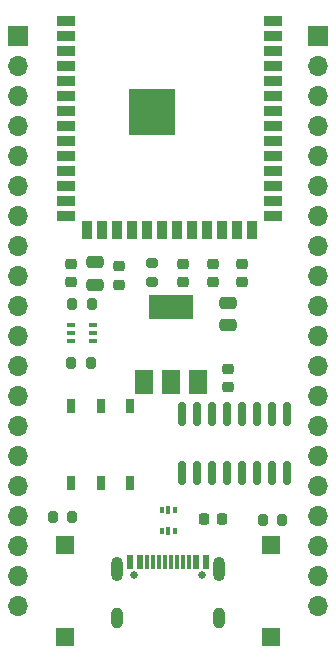
<source format=gbr>
%TF.GenerationSoftware,KiCad,Pcbnew,7.0.7*%
%TF.CreationDate,2024-05-24T21:07:49-04:00*%
%TF.ProjectId,ESP32_S3_Breakout,45535033-325f-4533-935f-427265616b6f,rev?*%
%TF.SameCoordinates,Original*%
%TF.FileFunction,Soldermask,Top*%
%TF.FilePolarity,Negative*%
%FSLAX46Y46*%
G04 Gerber Fmt 4.6, Leading zero omitted, Abs format (unit mm)*
G04 Created by KiCad (PCBNEW 7.0.7) date 2024-05-24 21:07:49*
%MOMM*%
%LPD*%
G01*
G04 APERTURE LIST*
G04 Aperture macros list*
%AMRoundRect*
0 Rectangle with rounded corners*
0 $1 Rounding radius*
0 $2 $3 $4 $5 $6 $7 $8 $9 X,Y pos of 4 corners*
0 Add a 4 corners polygon primitive as box body*
4,1,4,$2,$3,$4,$5,$6,$7,$8,$9,$2,$3,0*
0 Add four circle primitives for the rounded corners*
1,1,$1+$1,$2,$3*
1,1,$1+$1,$4,$5*
1,1,$1+$1,$6,$7*
1,1,$1+$1,$8,$9*
0 Add four rect primitives between the rounded corners*
20,1,$1+$1,$2,$3,$4,$5,0*
20,1,$1+$1,$4,$5,$6,$7,0*
20,1,$1+$1,$6,$7,$8,$9,0*
20,1,$1+$1,$8,$9,$2,$3,0*%
G04 Aperture macros list end*
%ADD10RoundRect,0.225000X-0.250000X0.225000X-0.250000X-0.225000X0.250000X-0.225000X0.250000X0.225000X0*%
%ADD11RoundRect,0.225000X0.250000X-0.225000X0.250000X0.225000X-0.250000X0.225000X-0.250000X-0.225000X0*%
%ADD12R,1.500000X0.900000*%
%ADD13R,0.900000X1.500000*%
%ADD14C,0.600000*%
%ADD15R,3.900000X3.900000*%
%ADD16RoundRect,0.218750X-0.218750X-0.256250X0.218750X-0.256250X0.218750X0.256250X-0.218750X0.256250X0*%
%ADD17RoundRect,0.250000X0.475000X-0.250000X0.475000X0.250000X-0.475000X0.250000X-0.475000X-0.250000X0*%
%ADD18RoundRect,0.200000X0.200000X0.275000X-0.200000X0.275000X-0.200000X-0.275000X0.200000X-0.275000X0*%
%ADD19R,1.700000X1.700000*%
%ADD20O,1.700000X1.700000*%
%ADD21R,0.700000X1.200000*%
%ADD22C,0.650000*%
%ADD23R,0.600000X1.240000*%
%ADD24R,0.300000X1.240000*%
%ADD25O,1.000000X2.100000*%
%ADD26O,1.000000X1.800000*%
%ADD27R,1.500000X1.500000*%
%ADD28R,0.650000X0.400000*%
%ADD29RoundRect,0.200000X-0.275000X0.200000X-0.275000X-0.200000X0.275000X-0.200000X0.275000X0.200000X0*%
%ADD30R,1.500000X2.000000*%
%ADD31R,3.800000X2.000000*%
%ADD32RoundRect,0.200000X-0.200000X-0.275000X0.200000X-0.275000X0.200000X0.275000X-0.200000X0.275000X0*%
%ADD33RoundRect,0.150000X0.150000X-0.825000X0.150000X0.825000X-0.150000X0.825000X-0.150000X-0.825000X0*%
%ADD34R,0.375000X0.500000*%
%ADD35R,0.300000X0.650000*%
G04 APERTURE END LIST*
D10*
%TO.C,C1*%
X158750000Y-78981000D03*
X158750000Y-80531000D03*
%TD*%
D11*
%TO.C,C7*%
X154940000Y-71654000D03*
X154940000Y-70104000D03*
%TD*%
D12*
%TO.C,U1*%
X145060000Y-49530000D03*
X145060000Y-50800000D03*
X145060000Y-52070000D03*
X145060000Y-53340000D03*
X145060000Y-54610000D03*
X145060000Y-55880000D03*
X145060000Y-57150000D03*
X145060000Y-58420000D03*
X145060000Y-59690000D03*
X145060000Y-60960000D03*
X145060000Y-62230000D03*
X145060000Y-63500000D03*
X145060000Y-64770000D03*
X145060000Y-66040000D03*
D13*
X146825000Y-67290000D03*
X148095000Y-67290000D03*
X149365000Y-67290000D03*
X150635000Y-67290000D03*
X151905000Y-67290000D03*
X153175000Y-67290000D03*
X154445000Y-67290000D03*
X155715000Y-67290000D03*
X156985000Y-67290000D03*
X158255000Y-67290000D03*
X159525000Y-67290000D03*
X160795000Y-67290000D03*
D12*
X162560000Y-66040000D03*
X162560000Y-64770000D03*
X162560000Y-63500000D03*
X162560000Y-62230000D03*
X162560000Y-60960000D03*
X162560000Y-59690000D03*
X162560000Y-58420000D03*
X162560000Y-57150000D03*
X162560000Y-55880000D03*
X162560000Y-54610000D03*
X162560000Y-53340000D03*
X162560000Y-52070000D03*
X162560000Y-50800000D03*
X162560000Y-49530000D03*
D14*
X150910000Y-56550000D03*
X150910000Y-57950000D03*
X151610000Y-55850000D03*
X151610000Y-57250000D03*
X151610000Y-58650000D03*
X152310000Y-56550000D03*
D15*
X152310000Y-57250000D03*
D14*
X152310000Y-57950000D03*
X153010000Y-55850000D03*
X153010000Y-57250000D03*
X153010000Y-58650000D03*
X153710000Y-56550000D03*
X153710000Y-57950000D03*
%TD*%
D16*
%TO.C,F1*%
X156692500Y-91694000D03*
X158267500Y-91694000D03*
%TD*%
D17*
%TO.C,C5*%
X158750000Y-75306000D03*
X158750000Y-73406000D03*
%TD*%
D18*
%TO.C,R5*%
X147192000Y-73533000D03*
X145542000Y-73533000D03*
%TD*%
D19*
%TO.C,J3*%
X166370000Y-50800000D03*
D20*
X166370000Y-53340000D03*
X166370000Y-55880000D03*
X166370000Y-58420000D03*
X166370000Y-60960000D03*
X166370000Y-63500000D03*
X166370000Y-66040000D03*
X166370000Y-68580000D03*
X166370000Y-71120000D03*
X166370000Y-73660000D03*
X166370000Y-76200000D03*
X166370000Y-78740000D03*
X166370000Y-81280000D03*
X166370000Y-83820000D03*
X166370000Y-86360000D03*
X166370000Y-88900000D03*
X166370000Y-91440000D03*
X166370000Y-93980000D03*
X166370000Y-96520000D03*
X166370000Y-99060000D03*
%TD*%
D21*
%TO.C,SW1*%
X145455000Y-82144800D03*
X147955000Y-82144800D03*
X150455000Y-82144800D03*
X145455000Y-88644800D03*
X147955000Y-88644800D03*
X150455000Y-88644800D03*
%TD*%
D11*
%TO.C,C6*%
X159893000Y-71641000D03*
X159893000Y-70091000D03*
%TD*%
D22*
%TO.C,J1*%
X150780000Y-96455000D03*
X156560000Y-96455000D03*
D23*
X150470000Y-95335000D03*
X151270000Y-95335000D03*
D24*
X152420000Y-95335000D03*
X153420000Y-95335000D03*
X153920000Y-95335000D03*
X154920000Y-95335000D03*
D23*
X156070000Y-95335000D03*
X156870000Y-95335000D03*
X156870000Y-95335000D03*
X156070000Y-95335000D03*
D24*
X155420000Y-95335000D03*
X154420000Y-95335000D03*
X152920000Y-95335000D03*
X151920000Y-95335000D03*
D23*
X151270000Y-95335000D03*
X150470000Y-95335000D03*
D25*
X149350000Y-95935000D03*
D26*
X149350000Y-100135000D03*
D25*
X157990000Y-95935000D03*
D26*
X157990000Y-100135000D03*
%TD*%
D27*
%TO.C,SW2*%
X144983200Y-101740800D03*
X144983200Y-93940800D03*
%TD*%
D18*
%TO.C,R1*%
X145542000Y-91567000D03*
X143892000Y-91567000D03*
%TD*%
D28*
%TO.C,Q1*%
X145415000Y-75311000D03*
X145415000Y-75961000D03*
X145415000Y-76611000D03*
X147315000Y-76611000D03*
X147315000Y-75961000D03*
X147315000Y-75311000D03*
%TD*%
D11*
%TO.C,C8*%
X149479000Y-71882000D03*
X149479000Y-70332000D03*
%TD*%
%TO.C,C2*%
X145415000Y-71641000D03*
X145415000Y-70091000D03*
%TD*%
D18*
%TO.C,R2*%
X163321000Y-91821000D03*
X161671000Y-91821000D03*
%TD*%
D29*
%TO.C,R3*%
X152273000Y-70041000D03*
X152273000Y-71691000D03*
%TD*%
D30*
%TO.C,U4*%
X151624000Y-80087000D03*
X153924000Y-80087000D03*
D31*
X153924000Y-73787000D03*
D30*
X156224000Y-80087000D03*
%TD*%
D32*
%TO.C,R4*%
X145479000Y-78486000D03*
X147129000Y-78486000D03*
%TD*%
D11*
%TO.C,C3*%
X157480000Y-71654000D03*
X157480000Y-70104000D03*
%TD*%
D27*
%TO.C,SW3*%
X162407600Y-93940800D03*
X162407600Y-101740800D03*
%TD*%
D19*
%TO.C,J2*%
X140970000Y-50800000D03*
D20*
X140970000Y-53340000D03*
X140970000Y-55880000D03*
X140970000Y-58420000D03*
X140970000Y-60960000D03*
X140970000Y-63500000D03*
X140970000Y-66040000D03*
X140970000Y-68580000D03*
X140970000Y-71120000D03*
X140970000Y-73660000D03*
X140970000Y-76200000D03*
X140970000Y-78740000D03*
X140970000Y-81280000D03*
X140970000Y-83820000D03*
X140970000Y-86360000D03*
X140970000Y-88900000D03*
X140970000Y-91440000D03*
X140970000Y-93980000D03*
X140970000Y-96520000D03*
X140970000Y-99060000D03*
%TD*%
D17*
%TO.C,C4*%
X147447000Y-71877000D03*
X147447000Y-69977000D03*
%TD*%
D33*
%TO.C,U3*%
X154813000Y-87819000D03*
X156083000Y-87819000D03*
X157353000Y-87819000D03*
X158623000Y-87819000D03*
X159893000Y-87819000D03*
X161163000Y-87819000D03*
X162433000Y-87819000D03*
X163703000Y-87819000D03*
X163703000Y-82869000D03*
X162433000Y-82869000D03*
X161163000Y-82869000D03*
X159893000Y-82869000D03*
X158623000Y-82869000D03*
X157353000Y-82869000D03*
X156083000Y-82869000D03*
X154813000Y-82869000D03*
%TD*%
D34*
%TO.C,U2*%
X154232900Y-90996400D03*
D35*
X153695400Y-90921400D03*
D34*
X153157900Y-90996400D03*
X153157900Y-92696400D03*
D35*
X153695400Y-92771400D03*
D34*
X154232900Y-92696400D03*
%TD*%
M02*

</source>
